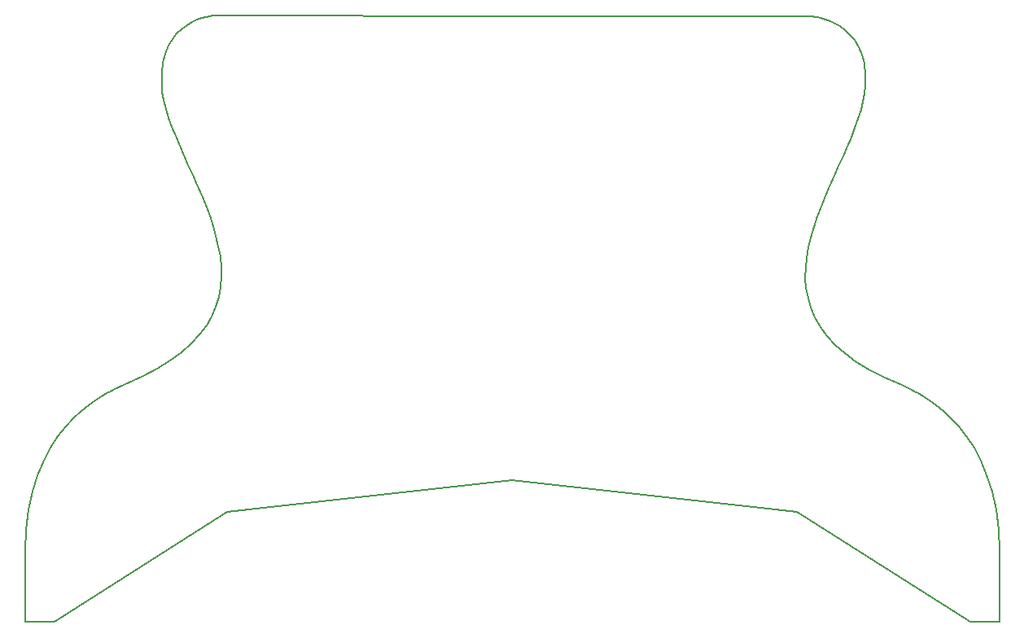
<source format=gko>
G04 #@! TF.FileFunction,Profile,NP*
%FSLAX46Y46*%
G04 Gerber Fmt 4.6, Leading zero omitted, Abs format (unit mm)*
G04 Created by KiCad (PCBNEW 4.0.7) date 06/20/18 18:14:49*
%MOMM*%
%LPD*%
G01*
G04 APERTURE LIST*
%ADD10C,0.100000*%
%ADD11C,0.150000*%
G04 APERTURE END LIST*
D10*
D11*
X183575032Y-38474117D02*
X183641892Y-38479391D01*
X183641892Y-38479391D02*
X183830401Y-38501244D01*
X183830401Y-38501244D02*
X184122465Y-38548724D01*
X184122465Y-38548724D02*
X184499989Y-38630880D01*
X184499989Y-38630880D02*
X184944876Y-38756759D01*
X184944876Y-38756759D02*
X185439030Y-38935410D01*
X185439030Y-38935410D02*
X185964355Y-39175879D01*
X185964355Y-39175879D02*
X186502756Y-39487217D01*
X186502756Y-39487217D02*
X187036136Y-39878470D01*
X187036136Y-39878470D02*
X187546399Y-40358686D01*
X187546399Y-40358686D02*
X188015448Y-40936914D01*
X188015448Y-40936914D02*
X188425190Y-41622201D01*
X188425190Y-41622201D02*
X188757526Y-42423596D01*
X188757526Y-42423596D02*
X188994361Y-43350146D01*
X188994361Y-43350146D02*
X189117599Y-44410900D01*
X189117599Y-44410900D02*
X189109099Y-45614906D01*
X189109099Y-45614906D02*
X189044879Y-46441455D01*
X189044879Y-46441455D02*
X188898019Y-47300301D01*
X188898019Y-47300301D02*
X188677966Y-48189174D01*
X188677966Y-48189174D02*
X188394169Y-49105805D01*
X188394169Y-49105805D02*
X188056079Y-50047923D01*
X188056079Y-50047923D02*
X187673143Y-51013258D01*
X187673143Y-51013258D02*
X187254811Y-51999541D01*
X187254811Y-51999541D02*
X186810532Y-53004501D01*
X186810532Y-53004501D02*
X186349757Y-54025869D01*
X186349757Y-54025869D02*
X185881933Y-55061374D01*
X185881933Y-55061374D02*
X185416509Y-56108747D01*
X185416509Y-56108747D02*
X184962937Y-57165717D01*
X184962937Y-57165717D02*
X184530663Y-58230015D01*
X184530663Y-58230015D02*
X184129139Y-59299371D01*
X184129139Y-59299371D02*
X183767812Y-60371514D01*
X183767812Y-60371514D02*
X183456132Y-61444175D01*
X183456132Y-61444175D02*
X183203549Y-62515084D01*
X183203549Y-62515084D02*
X183019512Y-63581971D01*
X183019512Y-63581971D02*
X182913469Y-64642566D01*
X182913469Y-64642566D02*
X182894869Y-65694598D01*
X182894869Y-65694598D02*
X182973159Y-66735799D01*
X182973159Y-66735799D02*
X183157796Y-67763897D01*
X183157796Y-67763897D02*
X183458224Y-68776624D01*
X183458224Y-68776624D02*
X183883894Y-69771708D01*
X183883894Y-69771708D02*
X184444254Y-70746881D01*
X184444254Y-70746881D02*
X185148753Y-71699871D01*
X185148753Y-71699871D02*
X186006841Y-72628410D01*
X186006841Y-72628410D02*
X187027967Y-73530228D01*
X187027967Y-73530228D02*
X188221579Y-74403053D01*
X188221579Y-74403053D02*
X189597128Y-75244617D01*
X189597128Y-75244617D02*
X191164063Y-76052649D01*
X191164063Y-76052649D02*
X192931832Y-76824879D01*
X192931832Y-76824879D02*
X193947611Y-77337609D01*
X193947611Y-77337609D02*
X194203998Y-77463534D01*
X194203998Y-77463534D02*
X194607733Y-77671511D01*
X194607733Y-77671511D02*
X195136201Y-77970296D01*
X195136201Y-77970296D02*
X195766790Y-78368644D01*
X195766790Y-78368644D02*
X196476885Y-78875312D01*
X196476885Y-78875312D02*
X197243872Y-79499054D01*
X197243872Y-79499054D02*
X198045139Y-80248626D01*
X198045139Y-80248626D02*
X198858071Y-81132784D01*
X198858071Y-81132784D02*
X199660054Y-82160283D01*
X199660054Y-82160283D02*
X200428475Y-83339878D01*
X200428475Y-83339878D02*
X201140721Y-84680327D01*
X201140721Y-84680327D02*
X201774179Y-86190383D01*
X201774179Y-86190383D02*
X202306229Y-87878803D01*
X202306229Y-87878803D02*
X202714269Y-89754342D01*
X202714269Y-89754342D02*
X202975669Y-91825755D01*
X202975669Y-91825755D02*
X203067869Y-94101799D01*
X203067869Y-94101799D02*
X203067869Y-101467883D01*
X203067869Y-101467883D02*
X200027809Y-101467883D01*
X200027809Y-101467883D02*
X182040710Y-90037753D01*
X182040710Y-90037753D02*
X152400000Y-86735715D01*
X152400000Y-86735715D02*
X122759290Y-90037753D01*
X122759290Y-90037753D02*
X104772193Y-101467883D01*
X104772193Y-101467883D02*
X101732120Y-101467882D01*
X101732120Y-101467882D02*
X101732120Y-94101798D01*
X101732120Y-94101798D02*
X101824280Y-91825754D01*
X101824280Y-91825754D02*
X102085685Y-89754341D01*
X102085685Y-89754341D02*
X102493720Y-87878802D01*
X102493720Y-87878802D02*
X103025773Y-86190382D01*
X103025773Y-86190382D02*
X103659228Y-84680326D01*
X103659228Y-84680326D02*
X104371474Y-83339878D01*
X104371474Y-83339878D02*
X105139895Y-82160282D01*
X105139895Y-82160282D02*
X105941878Y-81132783D01*
X105941878Y-81132783D02*
X106754810Y-80248625D01*
X106754810Y-80248625D02*
X107556077Y-79499053D01*
X107556077Y-79499053D02*
X108323064Y-78875311D01*
X108323064Y-78875311D02*
X109033159Y-78368643D01*
X109033159Y-78368643D02*
X109663748Y-77970295D01*
X109663748Y-77970295D02*
X110192217Y-77671510D01*
X110192217Y-77671510D02*
X110595951Y-77463533D01*
X110595951Y-77463533D02*
X110852338Y-77337608D01*
X110852338Y-77337608D02*
X112121387Y-76699549D01*
X112121387Y-76699549D02*
X113889150Y-75927471D01*
X113889150Y-75927471D02*
X115456079Y-75119581D01*
X115456079Y-75119581D02*
X116831623Y-74278151D01*
X116831623Y-74278151D02*
X118025231Y-73405450D01*
X118025231Y-73405450D02*
X119046352Y-72503749D01*
X119046352Y-72503749D02*
X119904435Y-71575317D01*
X119904435Y-71575317D02*
X120608930Y-70622426D01*
X120608930Y-70622426D02*
X121169286Y-69647345D01*
X121169286Y-69647345D02*
X121594953Y-68652346D01*
X121594953Y-68652346D02*
X121895378Y-67639697D01*
X121895378Y-67639697D02*
X122080012Y-66611669D01*
X122080012Y-66611669D02*
X122158302Y-65570533D01*
X122158302Y-65570533D02*
X122139702Y-64518559D01*
X122139702Y-64518559D02*
X122033657Y-63458017D01*
X122033657Y-63458017D02*
X121849618Y-62391177D01*
X121849618Y-62391177D02*
X121597033Y-61320310D01*
X121597033Y-61320310D02*
X121285352Y-60247686D01*
X121285352Y-60247686D02*
X120924024Y-59175575D01*
X120924024Y-59175575D02*
X120522498Y-58106247D01*
X120522498Y-58106247D02*
X120090223Y-57041973D01*
X120090223Y-57041973D02*
X119636650Y-55985023D01*
X119636650Y-55985023D02*
X119171226Y-54937667D01*
X119171226Y-54937667D02*
X118703401Y-53902176D01*
X118703401Y-53902176D02*
X118242625Y-52880819D01*
X118242625Y-52880819D02*
X117798346Y-51875868D01*
X117798346Y-51875868D02*
X117380014Y-50889592D01*
X117380014Y-50889592D02*
X116997078Y-49924261D01*
X116997078Y-49924261D02*
X116658987Y-48982146D01*
X116658987Y-48982146D02*
X116375190Y-48065518D01*
X116375190Y-48065518D02*
X116155137Y-47176645D01*
X116155137Y-47176645D02*
X116008277Y-46317800D01*
X116008277Y-46317800D02*
X115944057Y-45491251D01*
X115944057Y-45491251D02*
X115935557Y-44287245D01*
X115935557Y-44287245D02*
X116058795Y-43226491D01*
X116058795Y-43226491D02*
X116295630Y-42299941D01*
X116295630Y-42299941D02*
X116627967Y-41498546D01*
X116627967Y-41498546D02*
X117037708Y-40813259D01*
X117037708Y-40813259D02*
X117506758Y-40235031D01*
X117506758Y-40235031D02*
X118017021Y-39754814D01*
X118017021Y-39754814D02*
X118550401Y-39363562D01*
X118550401Y-39363562D02*
X119088801Y-39052224D01*
X119088801Y-39052224D02*
X119614127Y-38811754D01*
X119614127Y-38811754D02*
X120108281Y-38633104D01*
X120108281Y-38633104D02*
X120553168Y-38507225D01*
X120553168Y-38507225D02*
X120930692Y-38425069D01*
X120930692Y-38425069D02*
X121222756Y-38377589D01*
X121222756Y-38377589D02*
X121411265Y-38355736D01*
X121411265Y-38355736D02*
X121478125Y-38350462D01*
X121478125Y-38350462D02*
X152526555Y-38412289D01*
X152526555Y-38412289D02*
X183575032Y-38474117D01*
M02*

</source>
